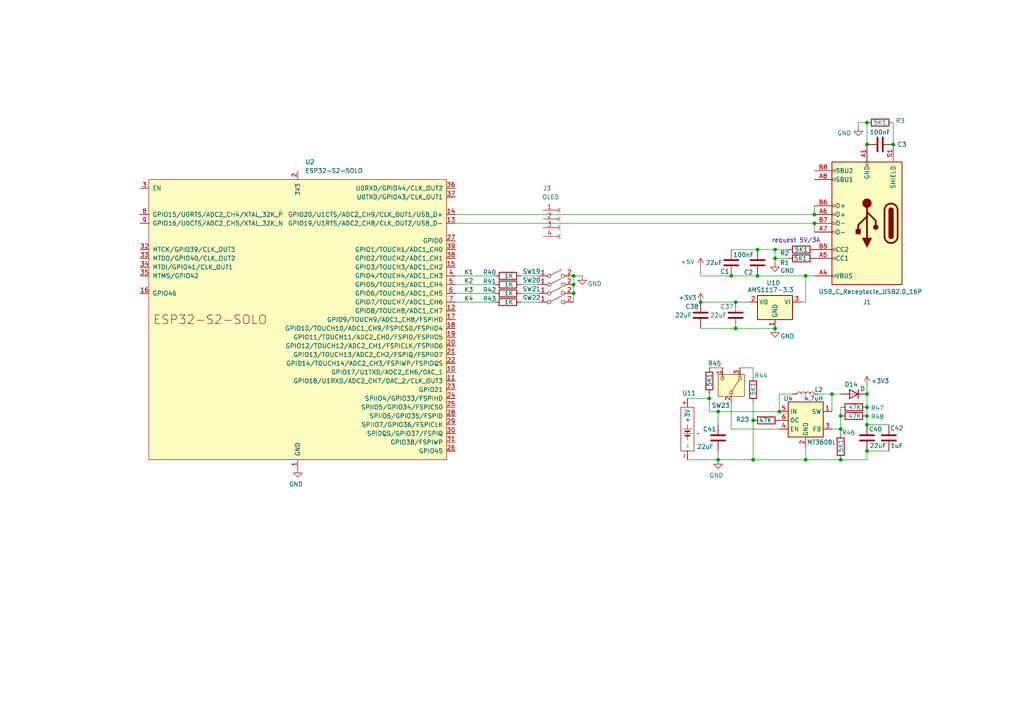
<source format=kicad_sch>
(kicad_sch (version 20250114) (generator "eeschema") (generator_version "9.0")
  (paper "A4")
  (lib_symbols
    (symbol "Connector:Conn_01x04_Socket" (pin_names (offset 1.016) (hide yes))
      (property "Reference" "J" (at 0 5.08 0))
      (property "Value" "Conn_01x04_Socket" (at 0 -7.62 0))
      (symbol "Conn_01x04_Socket_1_1"
        (polyline (pts (xy -1.27 2.54) (xy -0.508 2.54)) (stroke (width 0.1524)))
        (polyline (pts (xy -1.27 0) (xy -0.508 0)) (stroke (width 0.1524)))
        (polyline (pts (xy -1.27 -2.54) (xy -0.508 -2.54)) (stroke (width 0.1524)))
        (polyline (pts (xy -1.27 -5.08) (xy -0.508 -5.08)) (stroke (width 0.1524)))
        (arc (start 0 2.032) (mid -0.5058 2.54) (end 0 3.048) (stroke (width 0.1524)))
        (arc (start 0 -0.508) (mid -0.5058 0) (end 0 0.508) (stroke (width 0.1524)))
        (arc (start 0 -3.048) (mid -0.5058 -2.54) (end 0 -2.032) (stroke (width 0.1524)))
        (arc (start 0 -5.588) (mid -0.5058 -5.08) (end 0 -4.572) (stroke (width 0.1524)))
        (pin passive line (at -5.08 2.54 0) (length 3.81) (name "Pin_1") (number "1"))
        (pin passive line (at -5.08 0 0) (length 3.81) (name "Pin_2") (number "2"))
        (pin passive line (at -5.08 -2.54 0) (length 3.81) (name "Pin_3") (number "3"))
        (pin passive line (at -5.08 -5.08 0) (length 3.81) (name "Pin_4") (number "4"))
      )
    )
    (symbol "Connector:USB_C_Receptacle_USB2.0_16P" (pin_names (offset 1.016))
      (property "Reference" "J" (at 0 22.225 0))
      (property "Value" "USB_C_Receptacle_USB2.0_16P" (at 0 19.685 0))
      (symbol "USB_C_Receptacle_USB2.0_16P_0_0"
        (rectangle (start -0.254 -17.78) (end 0.254 -16.764))
        (rectangle (start 10.16 15.494) (end 9.144 14.986))
        (rectangle (start 10.16 10.414) (end 9.144 9.906))
        (rectangle (start 10.16 7.874) (end 9.144 7.366))
        (rectangle (start 10.16 2.794) (end 9.144 2.286))
        (rectangle (start 10.16 0.254) (end 9.144 -0.254))
        (rectangle (start 10.16 -2.286) (end 9.144 -2.794))
        (rectangle (start 10.16 -4.826) (end 9.144 -5.334))
        (rectangle (start 10.16 -12.446) (end 9.144 -12.954))
        (rectangle (start 10.16 -14.986) (end 9.144 -15.494))
      )
      (symbol "USB_C_Receptacle_USB2.0_16P_0_1"
        (rectangle (start -10.16 17.78) (end 10.16 -17.78) (stroke (width 0.254)) (fill (type background)))
        (polyline (pts (xy -8.89 -3.81) (xy -8.89 3.81)) (stroke (width 0.508)))
        (rectangle (start -7.62 -3.81) (end -6.35 3.81) (stroke (width 0.254)) (fill (type outline)))
        (arc (start -7.62 3.81) (mid -6.985 4.4423) (end -6.35 3.81) (stroke (width 0.254)))
        (arc (start -7.62 3.81) (mid -6.985 4.4423) (end -6.35 3.81) (stroke (width 0.254)) (fill (type outline)))
        (arc (start -8.89 3.81) (mid -6.985 5.7067) (end -5.08 3.81) (stroke (width 0.508)))
        (arc (start -5.08 -3.81) (mid -6.985 -5.7067) (end -8.89 -3.81) (stroke (width 0.508)))
        (arc (start -6.35 -3.81) (mid -6.985 -4.4423) (end -7.62 -3.81) (stroke (width 0.254)))
        (arc (start -6.35 -3.81) (mid -6.985 -4.4423) (end -7.62 -3.81) (stroke (width 0.254)) (fill (type outline)))
        (polyline (pts (xy -5.08 3.81) (xy -5.08 -3.81)) (stroke (width 0.508)))
        (circle (center -2.54 1.143) (radius 0.635) (stroke (width 0.254)) (fill (type outline)))
        (polyline (pts (xy -1.27 4.318) (xy 0 6.858) (xy 1.27 4.318) (xy -1.27 4.318)) (stroke (width 0.254)) (fill (type outline)))
        (polyline (pts (xy 0 -2.032) (xy 2.54 0.508) (xy 2.54 1.778)) (stroke (width 0.508)))
        (polyline (pts (xy 0 -3.302) (xy -2.54 -0.762) (xy -2.54 0.508)) (stroke (width 0.508)))
        (polyline (pts (xy 0 -5.842) (xy 0 4.318)) (stroke (width 0.508)))
        (circle (center 0 -5.842) (radius 1.27) (fill (type outline)))
        (rectangle (start 1.905 1.778) (end 3.175 3.048) (stroke (width 0.254)) (fill (type outline)))
      )
      (symbol "USB_C_Receptacle_USB2.0_16P_1_1"
        (pin passive line (at -7.62 -22.86 90) (length 5.08) (name "SHIELD") (number "S1"))
        (pin passive line (at 0 -22.86 90) (length 5.08) (name "GND") (number "A1"))
        (pin passive line (at 0 -22.86 90) (length 5.08) (hide yes) (name "GND") (number "A12"))
        (pin passive line (at 0 -22.86 90) (length 5.08) (hide yes) (name "GND") (number "B1"))
        (pin passive line (at 0 -22.86 90) (length 5.08) (hide yes) (name "GND") (number "B12"))
        (pin passive line (at 15.24 15.24 180) (length 5.08) (name "VBUS") (number "A4"))
        (pin passive line (at 15.24 15.24 180) (length 5.08) (hide yes) (name "VBUS") (number "A9"))
        (pin passive line (at 15.24 15.24 180) (length 5.08) (hide yes) (name "VBUS") (number "B4"))
        (pin passive line (at 15.24 15.24 180) (length 5.08) (hide yes) (name "VBUS") (number "B9"))
        (pin bidirectional line (at 15.24 10.16 180) (length 5.08) (name "CC1") (number "A5"))
        (pin bidirectional line (at 15.24 7.62 180) (length 5.08) (name "CC2") (number "B5"))
        (pin bidirectional line (at 15.24 2.54 180) (length 5.08) (name "D-") (number "A7"))
        (pin bidirectional line (at 15.24 0 180) (length 5.08) (name "D-") (number "B7"))
        (pin bidirectional line (at 15.24 -2.54 180) (length 5.08) (name "D+") (number "A6"))
        (pin bidirectional line (at 15.24 -5.08 180) (length 5.08) (name "D+") (number "B6"))
        (pin bidirectional line (at 15.24 -12.7 180) (length 5.08) (name "SBU1") (number "A8"))
        (pin bidirectional line (at 15.24 -15.24 180) (length 5.08) (name "SBU2") (number "B8"))
      )
    )
    (symbol "Device:C" (pin_numbers (hide yes)) (pin_names (offset 0.254))
      (property "Reference" "C" (at 0.635 2.54 0))
      (property "Value" "C" (at 0.635 -2.54 0))
      (symbol "C_0_1"
        (polyline (pts (xy -2.032 0.762) (xy 2.032 0.762)) (stroke (width 0.508)))
        (polyline (pts (xy -2.032 -0.762) (xy 2.032 -0.762)) (stroke (width 0.508)))
      )
      (symbol "C_1_1"
        (pin passive line (at 0 3.81 270) (length 2.794) (name "~") (number "1"))
        (pin passive line (at 0 -3.81 90) (length 2.794) (name "~") (number "2"))
      )
    )
    (symbol "Device:D" (pin_numbers (hide yes)) (pin_names (offset 1.016) (hide yes))
      (property "Reference" "D" (at 0 2.54 0))
      (property "Value" "D" (at 0 -2.54 0))
      (symbol "D_0_1"
        (polyline (pts (xy -1.27 1.27) (xy -1.27 -1.27)) (stroke (width 0.254)))
        (polyline (pts (xy 1.27 1.27) (xy 1.27 -1.27) (xy -1.27 0) (xy 1.27 1.27)) (stroke (width 0.254)))
        (polyline (pts (xy 1.27 0) (xy -1.27 0)))
      )
      (symbol "D_1_1"
        (pin passive line (at -3.81 0 0) (length 2.54) (name "K") (number "1"))
        (pin passive line (at 3.81 0 180) (length 2.54) (name "A") (number "2"))
      )
    )
    (symbol "Device:L" (pin_numbers (hide yes)) (pin_names (offset 1.016) (hide yes))
      (property "Reference" "L" (at -1.27 0 90))
      (property "Value" "L" (at 1.905 0 90))
      (symbol "L_0_1"
        (arc (start 0 2.54) (mid 0.6323 1.905) (end 0 1.27))
        (arc (start 0 1.27) (mid 0.6323 0.635) (end 0 0))
        (arc (start 0 0) (mid 0.6323 -0.635) (end 0 -1.27))
        (arc (start 0 -1.27) (mid 0.6323 -1.905) (end 0 -2.54))
      )
      (symbol "L_1_1"
        (pin passive line (at 0 3.81 270) (length 1.27) (name "1") (number "1"))
        (pin passive line (at 0 -3.81 90) (length 1.27) (name "2") (number "2"))
      )
    )
    (symbol "Device:R" (pin_numbers (hide yes)) (pin_names (offset 0))
      (property "Reference" "R" (at 2.032 0 90))
      (property "Value" "R" (at 0 0 90))
      (symbol "R_0_1"
        (rectangle (start -1.016 -2.54) (end 1.016 2.54) (stroke (width 0.254)))
      )
      (symbol "R_1_1"
        (pin passive line (at 0 3.81 270) (length 1.27) (name "~") (number "1"))
        (pin passive line (at 0 -3.81 90) (length 1.27) (name "~") (number "2"))
      )
    )
    (symbol "Espressif:ESP32-S2-SOLO" (pin_names (offset 1.016))
      (property "Reference" "U" (at -43.18 45.72 0))
      (property "Value" "ESP32-S2-SOLO" (at -43.18 43.18 0))
      (symbol "ESP32-S2-SOLO_0_1"
        (rectangle (start -43.18 40.64) (end 43.18 -40.64) (fill (type background)))
      )
      (symbol "ESP32-S2-SOLO_1_1"
        (text "ESP32-S2-SOLO" (at -25.4 0 0) (effects (font (size 2.54 2.54))))
        (pin bidirectional line (at -45.72 38.1 0) (length 2.54) (name "EN") (number "3"))
        (pin bidirectional line (at -45.72 30.48 0) (length 2.54) (name "GPIO15/U0RTS/ADC2_CH4/XTAL_32K_P") (number "8"))
        (pin bidirectional line (at -45.72 27.94 0) (length 2.54) (name "GPIO16/U0CTS/ADC2_CH5/XTAL_32K_N") (number "9"))
        (pin bidirectional line (at -45.72 20.32 0) (length 2.54) (name "MTCK/GPIO39/CLK_OUT3") (number "32"))
        (pin bidirectional line (at -45.72 17.78 0) (length 2.54) (name "MTDO/GPIO40/CLK_OUT2") (number "33"))
        (pin bidirectional line (at -45.72 15.24 0) (length 2.54) (name "MTDI/GPIO41/CLK_OUT1") (number "34"))
        (pin bidirectional line (at -45.72 12.7 0) (length 2.54) (name "MTMS/GPIO42") (number "35"))
        (pin input line (at -45.72 7.62 0) (length 2.54) (name "GPIO46") (number "16"))
        (pin power_in line (at 0 43.18 270) (length 2.54) (name "3V3") (number "2"))
        (pin power_in line (at 0 -43.18 90) (length 2.54) (name "GND") (number "1"))
        (pin passive line (at 0 -43.18 90) (length 2.54) (hide yes) (name "GND") (number "40"))
        (pin passive line (at 0 -43.18 90) (length 2.54) (hide yes) (name "GND") (number "41"))
        (pin bidirectional line (at 45.72 38.1 180) (length 2.54) (name "U0RXD/GPIO44/CLK_OUT2") (number "36"))
        (pin bidirectional line (at 45.72 35.56 180) (length 2.54) (name "U0TXD/GPIO43/CLK_OUT1") (number "37"))
        (pin bidirectional line (at 45.72 30.48 180) (length 2.54) (name "GPIO20/U1CTS/ADC2_CH9/CLK_OUT1/USB_D+") (number "14"))
        (pin bidirectional line (at 45.72 27.94 180) (length 2.54) (name "GPIO19/U1RTS/ADC2_CH8/CLK_OUT2/USB_D-") (number "13"))
        (pin bidirectional line (at 45.72 22.86 180) (length 2.54) (name "GPIO0") (number "27"))
        (pin bidirectional line (at 45.72 20.32 180) (length 2.54) (name "GPIO1/TOUCH1/ADC1_CH0") (number "39"))
        (pin bidirectional line (at 45.72 17.78 180) (length 2.54) (name "GPIO2/TOUCH2/ADC1_CH1") (number "38"))
        (pin bidirectional line (at 45.72 15.24 180) (length 2.54) (name "GPIO3/TOUCH3/ADC1_CH2") (number "15"))
        (pin bidirectional line (at 45.72 12.7 180) (length 2.54) (name "GPIO4/TOUCH4/ADC1_CH3") (number "4"))
        (pin bidirectional line (at 45.72 10.16 180) (length 2.54) (name "GPIO5/TOUCH5/ADC1_CH4") (number "5"))
        (pin bidirectional line (at 45.72 7.62 180) (length 2.54) (name "GPIO6/TOUCH6/ADC1_CH5") (number "6"))
        (pin bidirectional line (at 45.72 5.08 180) (length 2.54) (name "GPIO7/TOUCH7/ADC1_CH6") (number "7"))
        (pin bidirectional line (at 45.72 2.54 180) (length 2.54) (name "GPIO8/TOUCH8/ADC1_CH7") (number "12"))
        (pin bidirectional line (at 45.72 0 180) (length 2.54) (name "GPIO9/TOUCH9/ADC1_CH8/FSPIHD") (number "17"))
        (pin bidirectional line (at 45.72 -2.54 180) (length 2.54) (name "GPIO10/TOUCH10/ADC1_CH9/FSPICS0/FSPIIO4") (number "18"))
        (pin bidirectional line (at 45.72 -5.08 180) (length 2.54) (name "GPIO11/TOUCH11/ADC2_CH0/FSPID/FSPIIO5") (number "19"))
        (pin bidirectional line (at 45.72 -7.62 180) (length 2.54) (name "GPIO12/TOUCH12/ADC2_CH1/FSPICLK/FSPIIO6") (number "20"))
        (pin bidirectional line (at 45.72 -10.16 180) (length 2.54) (name "GPIO13/TOUCH13/ADC2_CH2/FSPIQ/FSPIIO7") (number "21"))
        (pin bidirectional line (at 45.72 -12.7 180) (length 2.54) (name "GPIO14/TOUCH14/ADC2_CH3/FSPIWP/FSPIDQS") (number "22"))
        (pin bidirectional line (at 45.72 -15.24 180) (length 2.54) (name "GPIO17/U1TXD/ADC2_CH6/DAC_1") (number "10"))
        (pin bidirectional line (at 45.72 -17.78 180) (length 2.54) (name "GPIO18/U1RXD/ADC2_CH7/DAC_2/CLK_OUT3") (number "11"))
        (pin bidirectional line (at 45.72 -20.32 180) (length 2.54) (name "GPIO21") (number "23"))
        (pin bidirectional line (at 45.72 -22.86 180) (length 2.54) (name "SPIIO4/GPIO33/FSPIHD") (number "24"))
        (pin bidirectional line (at 45.72 -25.4 180) (length 2.54) (name "SPIIO5/GPIO34/FSPICS0") (number "25"))
        (pin bidirectional line (at 45.72 -27.94 180) (length 2.54) (name "SPIIO6/GPIO35/FSPID") (number "28"))
        (pin bidirectional line (at 45.72 -30.48 180) (length 2.54) (name "SPIIO7/GPIO36/FSPICLK") (number "29"))
        (pin bidirectional line (at 45.72 -33.02 180) (length 2.54) (name "SPIDQS/GPIO37/FSPIQ") (number "30"))
        (pin bidirectional line (at 45.72 -35.56 180) (length 2.54) (name "GPIO38/FSPIWP") (number "31"))
        (pin bidirectional line (at 45.72 -38.1 180) (length 2.54) (name "GPIO45") (number "26"))
      )
    )
    (symbol "Regulator_Linear:AMS1117-3.3"
      (property "Reference" "U" (at -3.81 3.175 0))
      (property "Value" "AMS1117-3.3" (at 0 3.175 0))
      (symbol "AMS1117-3.3_0_1"
        (rectangle (start -5.08 -5.08) (end 5.08 1.905) (stroke (width 0.254)) (fill (type background)))
      )
      (symbol "AMS1117-3.3_1_1"
        (pin power_in line (at -7.62 0 0) (length 2.54) (name "VI") (number "3"))
        (pin power_in line (at 0 -7.62 90) (length 2.54) (name "GND") (number "1"))
        (pin power_out line (at 7.62 0 180) (length 2.54) (name "VO") (number "2"))
      )
    )
    (symbol "Switch:SW_SPDT_321" (pin_names (offset 1) (hide yes))
      (property "Reference" "SW" (at 0 5.08 0))
      (property "Value" "SW_SPDT_321" (at 0 -5.08 0))
      (symbol "SW_SPDT_321_0_1"
        (circle (center -2.032 0) (radius 0.4572))
        (polyline (pts (xy -1.651 0.254) (xy 1.651 2.286)))
        (circle (center 2.032 2.54) (radius 0.4572))
        (circle (center 2.032 -2.54) (radius 0.4572))
      )
      (symbol "SW_SPDT_321_1_1"
        (rectangle (start -3.175 3.81) (end 3.175 -3.81) (fill (type background)))
        (pin passive line (at -5.08 0 0) (length 2.54) (name "B") (number "2"))
        (pin passive line (at 5.08 2.54 180) (length 2.54) (name "A") (number "3"))
        (pin passive line (at 5.08 -2.54 180) (length 2.54) (name "C") (number "1"))
      )
    )
    (symbol "Switch:SW_SPST" (pin_names (offset 0) (hide yes))
      (property "Reference" "SW" (at 0 3.175 0))
      (property "Value" "SW_SPST" (at 0 -2.54 0))
      (symbol "SW_SPST_0_0"
        (circle (center -2.032 0) (radius 0.508))
        (polyline (pts (xy -1.524 0.254) (xy 1.524 1.778)))
        (circle (center 2.032 0) (radius 0.508))
      )
      (symbol "SW_SPST_1_1"
        (pin passive line (at -5.08 0 0) (length 2.54) (name "A") (number "1"))
        (pin passive line (at 5.08 0 180) (length 2.54) (name "B") (number "2"))
      )
    )
    (symbol "power:+5V" (power) (pin_numbers (hide yes)) (pin_names (offset 0) (hide yes))
      (property "Value" "+5V" (at 0 3.556 0))
      (symbol "+5V_0_1"
        (polyline (pts (xy -0.762 1.27) (xy 0 2.54)))
        (polyline (pts (xy 0 2.54) (xy 0.762 1.27)))
        (polyline (pts (xy 0 0) (xy 0 2.54)))
      )
      (symbol "+5V_1_1"
        (pin power_in line (at 0 0 90) (length 0) (name "~") (number "1"))
      )
    )
    (symbol "power:GND" (power) (pin_numbers (hide yes)) (pin_names (offset 0) (hide yes))
      (property "Value" "GND" (at 0 -3.81 0))
      (symbol "GND_0_1"
        (polyline (pts (xy 0 0) (xy 0 -1.27) (xy 1.27 -1.27) (xy 0 -2.54) (xy -1.27 -1.27) (xy 0 -1.27)))
      )
      (symbol "GND_1_1"
        (pin power_in line (at 0 0 270) (length 0) (name "~") (number "1"))
      )
    )
    (symbol "spacescape:2xAA"
      (property "Reference" "U" (at 0 3.81 0))
      (symbol "2xAA_0_1"
        (polyline (pts (xy 0 0) (xy 0 0)))
      )
      (symbol "2xAA_1_1"
        (rectangle (start -6.35 1.905) (end 6.35 -1.905))
        (polyline (pts (xy -1.27 0) (xy 0 0) (xy 0 1.27)) (stroke (width 0.15)))
        (polyline (pts (xy 0 0) (xy 0 -1.27)) (stroke (width 0.15)))
        (polyline (pts (xy 0.635 0.635) (xy 0.635 -0.635)) (stroke (width 0.4)))
        (polyline (pts (xy 0.635 0) (xy 1.27 0) (xy 1.27 1.27)) (stroke (width 0.15)))
        (polyline (pts (xy 1.27 0) (xy 1.27 -1.27)) (stroke (width 0.15)))
        (polyline (pts (xy 1.905 0.635) (xy 1.905 -0.635)) (stroke (width 0.4)))
        (polyline (pts (xy 1.905 0) (xy 3.175 0)) (stroke (width 0.15)))
        (pin power_out line (at -8.89 0 0) (length 2.54) (name "+3V") (number "+"))
        (pin power_out line (at 8.89 0 180) (length 2.54) (name "-") (number "-"))
      )
    )
    (symbol "spacescape:MT3608L"
      (property "Reference" "U" (at 0 6.858 0))
      (property "Value" "MT3608L" (at 0 0 0))
      (symbol "MT3608L_0_1"
        (rectangle (start -5.08 5.334) (end 5.08 -4.826) (stroke (width 0.254)) (fill (type background)))
      )
      (symbol "MT3608L_1_1"
        (pin power_in line (at -7.62 2.54 0) (length 2.54) (name "IN") (number "5"))
        (pin input line (at -7.62 0 0) (length 2.54) (name "OC") (number "6"))
        (pin input line (at -7.62 -2.54 0) (length 2.54) (name "EN") (number "4"))
        (pin power_in line (at 0 -7.62 90) (length 2.54) (name "GND") (number "2"))
        (pin passive line (at 7.62 2.54 180) (length 2.54) (name "SW") (number "1"))
        (pin input line (at 7.62 -2.54 180) (length 2.54) (name "FB") (number "3"))
      )
    )
  )
  (text "request 5V/3A" (at 230.886 69.85 0) (effects (font (size 1.27 1.27))))
  (junction (at 251.46 35.56))
  (junction (at 233.68 133.35))
  (junction (at 166.37 82.55))
  (junction (at 259.08 41.91))
  (junction (at 208.28 119.38))
  (junction (at 243.84 133.35))
  (junction (at 224.79 74.93))
  (junction (at 236.22 62.23))
  (junction (at 251.46 41.91))
  (junction (at 218.44 121.92))
  (junction (at 243.84 120.65))
  (junction (at 166.37 85.09))
  (junction (at 251.46 130.81))
  (junction (at 243.84 124.46))
  (junction (at 213.36 95.25))
  (junction (at 226.06 119.38))
  (junction (at 236.22 64.77))
  (junction (at 241.3 114.3))
  (junction (at 212.09 80.01))
  (junction (at 251.46 114.3))
  (junction (at 233.68 80.01))
  (junction (at 218.44 133.35))
  (junction (at 203.2 87.63))
  (junction (at 224.79 72.39))
  (junction (at 224.79 95.25))
  (junction (at 251.46 118.11))
  (junction (at 219.71 80.01))
  (junction (at 251.46 123.19))
  (junction (at 205.74 115.57))
  (junction (at 166.37 80.01))
  (junction (at 251.46 120.65))
  (junction (at 213.36 87.63))
  (junction (at 219.71 72.39))
  (junction (at 208.28 133.35))
  (wire (pts (xy 241.3 114.3) (xy 241.3 119.38)))
  (wire (pts (xy 213.36 95.25) (xy 203.2 95.25)))
  (wire (pts (xy 132.08 62.23) (xy 236.22 62.23)))
  (wire (pts (xy 236.22 62.23) (xy 236.22 59.69)))
  (wire (pts (xy 233.68 87.63) (xy 233.68 80.01)))
  (wire (pts (xy 208.28 119.38) (xy 226.06 119.38)))
  (wire (pts (xy 229.87 114.3) (xy 226.06 114.3)))
  (wire (pts (xy 251.46 41.91) (xy 251.46 35.56)))
  (wire (pts (xy 224.79 76.2) (xy 224.79 74.93)))
  (wire (pts (xy 203.2 77.47) (xy 203.2 80.01)))
  (wire (pts (xy 151.13 87.63) (xy 156.21 87.63)))
  (wire (pts (xy 233.68 133.35) (xy 233.68 129.54)))
  (wire (pts (xy 199.39 133.35) (xy 208.28 133.35)))
  (wire (pts (xy 166.37 80.01) (xy 166.37 82.55)))
  (wire (pts (xy 151.13 85.09) (xy 156.21 85.09)))
  (wire (pts (xy 226.06 114.3) (xy 226.06 119.38)))
  (wire (pts (xy 132.08 82.55) (xy 143.51 82.55)))
  (wire (pts (xy 237.49 114.3) (xy 241.3 114.3)))
  (wire (pts (xy 208.28 130.81) (xy 208.28 133.35)))
  (wire (pts (xy 218.44 109.22) (xy 218.44 106.68)))
  (wire (pts (xy 217.17 87.63) (xy 213.36 87.63)))
  (wire (pts (xy 228.6 72.39) (xy 224.79 72.39)))
  (wire (pts (xy 151.13 80.01) (xy 156.21 80.01)))
  (wire (pts (xy 251.46 133.35) (xy 251.46 130.81)))
  (wire (pts (xy 251.46 111.76) (xy 251.46 114.3)))
  (wire (pts (xy 132.08 87.63) (xy 143.51 87.63)))
  (wire (pts (xy 203.2 80.01) (xy 212.09 80.01)))
  (wire (pts (xy 205.74 114.3) (xy 205.74 115.57)))
  (wire (pts (xy 236.22 67.31) (xy 236.22 64.77)))
  (wire (pts (xy 218.44 106.68) (xy 214.63 106.68)))
  (wire (pts (xy 228.6 74.93) (xy 224.79 74.93)))
  (wire (pts (xy 212.09 80.01) (xy 219.71 80.01)))
  (wire (pts (xy 208.28 133.35) (xy 218.44 133.35)))
  (wire (pts (xy 218.44 121.92) (xy 218.44 133.35)))
  (wire (pts (xy 166.37 82.55) (xy 166.37 85.09)))
  (wire (pts (xy 233.68 80.01) (xy 236.22 80.01)))
  (wire (pts (xy 251.46 130.81) (xy 257.81 130.81)))
  (wire (pts (xy 243.84 125.73) (xy 243.84 124.46)))
  (wire (pts (xy 251.46 123.19) (xy 257.81 123.19)))
  (wire (pts (xy 151.13 82.55) (xy 156.21 82.55)))
  (wire (pts (xy 166.37 85.09) (xy 166.37 87.63)))
  (wire (pts (xy 251.46 120.65) (xy 251.46 123.19)))
  (wire (pts (xy 243.84 133.35) (xy 251.46 133.35)))
  (wire (pts (xy 166.37 80.01) (xy 168.91 80.01)))
  (wire (pts (xy 243.84 120.65) (xy 243.84 124.46)))
  (wire (pts (xy 213.36 87.63) (xy 203.2 87.63)))
  (wire (pts (xy 233.68 133.35) (xy 243.84 133.35)))
  (wire (pts (xy 251.46 114.3) (xy 251.46 118.11)))
  (wire (pts (xy 218.44 133.35) (xy 233.68 133.35)))
  (wire (pts (xy 233.68 87.63) (xy 232.41 87.63)))
  (wire (pts (xy 219.71 72.39) (xy 224.79 72.39)))
  (wire (pts (xy 219.71 80.01) (xy 233.68 80.01)))
  (wire (pts (xy 199.39 115.57) (xy 205.74 115.57)))
  (wire (pts (xy 208.28 119.38) (xy 208.28 123.19)))
  (wire (pts (xy 251.46 118.11) (xy 251.46 120.65)))
  (wire (pts (xy 241.3 114.3) (xy 243.84 114.3)))
  (wire (pts (xy 243.84 118.11) (xy 243.84 120.65)))
  (wire (pts (xy 248.92 35.56) (xy 251.46 35.56)))
  (wire (pts (xy 205.74 115.57) (xy 205.74 119.38)))
  (wire (pts (xy 212.09 72.39) (xy 219.71 72.39)))
  (wire (pts (xy 212.09 116.84) (xy 212.09 124.46)))
  (wire (pts (xy 224.79 74.93) (xy 224.79 72.39)))
  (wire (pts (xy 132.08 80.01) (xy 143.51 80.01)))
  (wire (pts (xy 241.3 124.46) (xy 243.84 124.46)))
  (wire (pts (xy 224.79 95.25) (xy 213.36 95.25)))
  (wire (pts (xy 248.92 35.56) (xy 248.92 36.83)))
  (wire (pts (xy 236.22 64.77) (xy 132.08 64.77)))
  (wire (pts (xy 132.08 85.09) (xy 143.51 85.09)))
  (wire (pts (xy 259.08 41.91) (xy 259.08 35.56)))
  (wire (pts (xy 205.74 106.68) (xy 209.55 106.68)))
  (wire (pts (xy 212.09 124.46) (xy 226.06 124.46)))
  (wire (pts (xy 205.74 119.38) (xy 208.28 119.38)))
  (wire (pts (xy 218.44 116.84) (xy 218.44 121.92)))
  (label "K2" (at 134.62 82.55 0))
  (label "K3" (at 134.62 85.09 0))
  (label "K1" (at 134.62 80.01 0))
  (label "K4" (at 134.62 87.63 0))
  (symbol (lib_id "power:+5V") (at 251.46 111.76 0) (unit 1)
    (property "Reference" "#PWR05" (effects (hide yes)))
    (property "Value" "+3V3" (at 255.27 110.49 0))
    (property "Description" "Power symbol creates a global label with name \"+5V\"" (effects (hide yes)))
  )
  (symbol (lib_id "Switch:SW_SPST") (at 161.29 82.55 0) (unit 1)
    (property "Reference" "SW20" (at 154.178 81.28 0))
    (property "Value" "SW_SPST" (effects (hide yes)))
    (property "Footprint" "Button_Switch_SMD:SW_SPST_TL3305C" (effects (hide yes)))
    (property "Datasheet" "C2888974" (effects (hide yes)))
    (property "Description" "Single Pole Single Throw (SPST) switch" (effects (hide yes)))
  )
  (symbol (lib_id "power:+5V") (at 203.2 77.47 0) (unit 1)
    (property "Reference" "#PWR01" (effects (hide yes)))
    (property "Value" "+5V" (at 199.39 75.946 0))
    (property "Description" "Power symbol creates a global label with name \"+5V\"" (effects (hide yes)))
  )
  (symbol (lib_id "Device:R") (at 247.65 118.11 90) (unit 1)
    (property "Reference" "R47" (at 254.508 118.364 90))
    (property "Value" "47K" (at 247.904 118.11 90))
    (property "Footprint" "Resistor_SMD:R_0402_1005Metric" (effects (hide yes)))
    (property "Description" "Resistor" (effects (hide yes)))
  )
  (symbol (lib_id "Device:C") (at 255.27 41.91 270) (unit 1)
    (property "Reference" "C3" (at 261.62 41.91 90))
    (property "Value" "100nF" (at 255.27 38.354 90))
    (property "Footprint" "Capacitor_SMD:C_0402_1005Metric" (effects (hide yes)))
    (property "Description" "Unpolarized capacitor" (effects (hide yes)))
  )
  (symbol (lib_id "Connector:USB_C_Receptacle_USB2.0_16P") (at 251.46 64.77 180) (unit 1)
    (property "Reference" "J1" (at 251.46 87.63 0))
    (property "Value" "USB_C_Receptacle_USB2.0_16P" (at 252.476 84.582 0))
    (property "Footprint" "Connector_USB:USB_C_Receptacle_HCTL_HC-TYPE-C-16P-01A" (effects (hide yes)))
    (property "Datasheet" "https://www.usb.org/sites/default/files/documents/usb_type-c.zip" (effects (hide yes)))
    (property "Description" "USB 2.0-only 16P Type-C Receptacle connector" (effects (hide yes)))
  )
  (symbol (lib_id "power:GND") (at 248.92 36.83 0) (mirror y) (unit 1)
    (property "Reference" "#PWR03" (effects (hide yes)))
    (property "Value" "GND" (at 242.824 38.608 0) (effects (justify right)))
    (property "Description" "Power symbol creates a global label with name \"GND\" , ground" (effects (hide yes)))
  )
  (symbol (lib_id "Device:R") (at 222.25 121.92 270) (unit 1)
    (property "Reference" "R23" (at 215.392 121.666 90))
    (property "Value" "47K" (at 221.996 121.92 90))
    (property "Footprint" "Resistor_SMD:R_0402_1005Metric" (effects (hide yes)))
    (property "Description" "Resistor" (effects (hide yes)))
  )
  (symbol (lib_id "Device:R") (at 218.44 113.03 180) (unit 1)
    (property "Reference" "R44" (at 220.726 108.966 0))
    (property "Value" "5K1" (at 218.44 112.776 90))
    (property "Footprint" "Resistor_SMD:R_0402_1005Metric" (effects (hide yes)))
    (property "Description" "Resistor" (effects (hide yes)))
  )
  (symbol (lib_id "Device:R") (at 147.32 85.09 90) (unit 1)
    (property "Reference" "R42" (at 141.986 84.074 90))
    (property "Value" "1K" (at 147.574 85.09 90))
    (property "Footprint" "Resistor_SMD:R_0402_1005Metric" (effects (hide yes)))
    (property "Description" "Resistor" (effects (hide yes)))
  )
  (symbol (lib_id "spacescape:MT3608L") (at 233.68 121.92 0) (unit 1)
    (property "Reference" "U4" (at 228.6 115.57 0))
    (property "Value" "MT3608L" (at 238.252 128.27 0))
    (property "Footprint" "Package_TO_SOT_SMD:SOT-23-6" (effects (hide yes)))
    (property "Datasheet" "C2932326" (effects (hide yes)))
  )
  (symbol (lib_id "power:GND") (at 224.79 95.25 0) (mirror y) (unit 1)
    (property "Reference" "#PWR042" (effects (hide yes)))
    (property "Value" "GND" (at 226.314 97.536 0) (effects (justify right)))
    (property "Description" "Power symbol creates a global label with name \"GND\" , ground" (effects (hide yes)))
  )
  (symbol (lib_id "Device:C") (at 251.46 127 0) (unit 1)
    (property "Reference" "C40" (at 251.968 124.46 0) (effects (justify left)))
    (property "Value" "22uF" (at 252.222 129.286 0) (effects (justify left)))
    (property "Footprint" "Capacitor_SMD:C_0805_2012Metric" (effects (hide yes)))
    (property "Description" "Unpolarized capacitor" (effects (hide yes)))
  )
  (symbol (lib_id "Device:L") (at 233.68 114.3 90) (unit 1)
    (property "Reference" "L2" (at 237.49 113.03 90))
    (property "Value" "4.7uH" (at 235.966 115.57 90))
    (property "Footprint" "Inductor_SMD:L_Changjiang_FNR4026S" (effects (hide yes)))
    (property "Datasheet" "C22395456" (effects (hide yes)))
    (property "Description" "Inductor" (effects (hide yes)))
  )
  (symbol (lib_id "Device:R") (at 147.32 87.63 90) (unit 1)
    (property "Reference" "R43" (at 141.986 86.614 90))
    (property "Value" "1K" (at 147.574 87.63 90))
    (property "Footprint" "Resistor_SMD:R_0402_1005Metric" (effects (hide yes)))
    (property "Description" "Resistor" (effects (hide yes)))
  )
  (symbol (lib_id "Device:R") (at 205.74 110.49 180) (unit 1)
    (property "Reference" "R45" (at 207.264 105.41 0))
    (property "Value" "5K1" (at 205.74 110.236 90))
    (property "Footprint" "Resistor_SMD:R_0402_1005Metric" (effects (hide yes)))
    (property "Description" "Resistor" (effects (hide yes)))
  )
  (symbol (lib_id "Espressif:ESP32-S2-SOLO") (at 86.36 92.71 0) (unit 1)
    (property "Reference" "U2" (at 88.5033 46.99 0) (effects (justify left)))
    (property "Value" "ESP32-S2-SOLO" (at 88.5033 49.53 0) (effects (justify left)))
    (property "Footprint" "Espressif:ESP32-S2-SOLO" (effects (hide yes)))
    (property "Datasheet" "https://www.espressif.com/sites/default/files/documentation/esp32-s2-solo_esp32-s2-solo-u_datasheet_en.pdf" (effects (hide yes)))
    (property "Description" "ESP32-S2-SOLO and ESP32-S2-SOLO-U are two powerful, generic Wi-Fi MCU modules that have a rich set of peripherals." (effects (hide yes)))
  )
  (symbol (lib_id "Device:C") (at 213.36 91.44 0) (mirror y) (unit 1)
    (property "Reference" "C37" (at 212.852 88.9 0) (effects (justify left)))
    (property "Value" "22uF" (at 210.82 91.44 0) (effects (justify left)))
    (property "Footprint" "Capacitor_SMD:C_0805_2012Metric" (effects (hide yes)))
    (property "Description" "Unpolarized capacitor" (effects (hide yes)))
  )
  (symbol (lib_id "Device:C") (at 219.71 76.2 180) (unit 1)
    (property "Reference" "C2" (at 218.44 78.994 0) (effects (justify left)))
    (property "Value" "100nF" (at 218.694 73.914 0) (effects (justify left)))
    (property "Footprint" "Capacitor_SMD:C_0402_1005Metric" (effects (hide yes)))
    (property "Description" "Unpolarized capacitor" (effects (hide yes)))
  )
  (symbol (lib_id "Device:C") (at 208.28 127 0) (mirror y) (unit 1)
    (property "Reference" "C41" (at 207.772 124.46 0) (effects (justify left)))
    (property "Value" "22uF" (at 207.01 129.54 0) (effects (justify left)))
    (property "Footprint" "Capacitor_SMD:C_0805_2012Metric" (effects (hide yes)))
    (property "Description" "Unpolarized capacitor" (effects (hide yes)))
  )
  (symbol (lib_id "power:+5V") (at 203.2 87.63 0) (mirror y) (unit 1)
    (property "Reference" "#PWR041" (effects (hide yes)))
    (property "Value" "+3V3" (at 199.39 86.36 0))
    (property "Description" "Power symbol creates a global label with name \"+5V\"" (effects (hide yes)))
  )
  (symbol (lib_id "Connector:Conn_01x04_Socket") (at 162.56 63.5 0) (unit 1)
    (property "Reference" "J3" (at 157.48 54.61 0) (effects (justify left)))
    (property "Value" "OLED" (at 157.226 57.15 0) (effects (justify left)))
    (property "Footprint" "TG9541:Display_128x64_096_I2C" (effects (hide yes)))
    (property "Description" "Generic connector, single row, 01x04, script generated" (effects (hide yes)))
  )
  (symbol (lib_id "power:GND") (at 86.36 135.89 0) (unit 1)
    (property "Reference" "#PWR010" (effects (hide yes)))
    (property "Value" "GND" (at 87.884 140.462 0) (effects (justify right)))
    (property "Description" "Power symbol creates a global label with name \"GND\" , ground" (effects (hide yes)))
  )
  (symbol (lib_id "Device:R") (at 243.84 129.54 180) (unit 1)
    (property "Reference" "R46" (at 246.126 125.476 0))
    (property "Value" "5K1" (at 243.84 129.286 90))
    (property "Footprint" "Resistor_SMD:R_0402_1005Metric" (effects (hide yes)))
    (property "Description" "Resistor" (effects (hide yes)))
  )
  (symbol (lib_id "Device:R") (at 147.32 80.01 90) (unit 1)
    (property "Reference" "R40" (at 141.986 78.994 90))
    (property "Value" "1K" (at 147.574 80.01 90))
    (property "Footprint" "Resistor_SMD:R_0402_1005Metric" (effects (hide yes)))
    (property "Description" "Resistor" (effects (hide yes)))
  )
  (symbol (lib_id "Regulator_Linear:AMS1117-3.3") (at 224.79 87.63 0) (mirror y) (unit 1)
    (property "Reference" "U10" (at 224.282 82.042 0))
    (property "Value" "AMS1117-3.3" (at 223.52 84.074 0))
    (property "Footprint" "Package_TO_SOT_SMD:SOT-223-3_TabPin2" (effects (hide yes)))
    (property "Datasheet" "http://www.advanced-monolithic.com/pdf/ds1117.pdf" (effects (hide yes)))
    (property "Description" "1A Low Dropout regulator, positive, 3.3V fixed output, SOT-223" (effects (hide yes)))
  )
  (symbol (lib_id "Switch:SW_SPST") (at 161.29 85.09 0) (unit 1)
    (property "Reference" "SW21" (at 154.178 83.82 0))
    (property "Value" "SW_SPST" (effects (hide yes)))
    (property "Footprint" "Button_Switch_SMD:SW_SPST_TL3305C" (effects (hide yes)))
    (property "Datasheet" "C2888974" (effects (hide yes)))
    (property "Description" "Single Pole Single Throw (SPST) switch" (effects (hide yes)))
  )
  (symbol (lib_id "Switch:SW_SPST") (at 161.29 80.01 0) (unit 1)
    (property "Reference" "SW19" (at 154.178 78.74 0))
    (property "Value" "SW_SPST" (effects (hide yes)))
    (property "Footprint" "Button_Switch_SMD:SW_SPST_TL3305C" (effects (hide yes)))
    (property "Datasheet" "C2888974" (effects (hide yes)))
    (property "Description" "Single Pole Single Throw (SPST) switch" (effects (hide yes)))
  )
  (symbol (lib_id "Device:D") (at 247.65 114.3 180) (unit 1)
    (property "Reference" "D14" (at 246.888 111.506 0))
    (property "Value" "D" (at 250.19 112.776 0))
    (property "Footprint" "Diode_SMD:D_SOD-323" (effects (hide yes)))
    (property "Datasheet" "C4355046" (effects (hide yes)))
    (property "Description" "Diode" (effects (hide yes)))
    (property "Sim.Device" "D" (effects (hide yes)))
    (property "Sim.Pins" "1=K 2=A" (effects (hide yes)))
  )
  (symbol (lib_id "spacescape:2xAA") (at 199.39 124.46 270) (unit 1)
    (property "Reference" "U11" (at 197.866 114.046 90) (effects (justify left)))
    (property "Value" "~" (at 201.93 125.73 90) (effects (justify left)))
    (property "Footprint" "spacescape:2xAA" (effects (hide yes)))
  )
  (symbol (lib_id "power:GND") (at 224.79 76.2 0) (mirror y) (unit 1)
    (property "Reference" "#PWR02" (effects (hide yes)))
    (property "Value" "GND" (at 226.314 78.486 0) (effects (justify right)))
    (property "Description" "Power symbol creates a global label with name \"GND\" , ground" (effects (hide yes)))
  )
  (symbol (lib_id "power:GND") (at 168.91 80.01 0) (mirror y) (unit 1)
    (property "Reference" "#PWR047" (effects (hide yes)))
    (property "Value" "GND" (at 170.434 82.296 0) (effects (justify right)))
    (property "Description" "Power symbol creates a global label with name \"GND\" , ground" (effects (hide yes)))
  )
  (symbol (lib_id "Switch:SW_SPDT_321") (at 212.09 111.76 270) (mirror x) (unit 1)
    (property "Reference" "SW23" (at 209.042 117.602 90))
    (property "Value" "SW_SPDT_321" (effects (hide yes)))
    (property "Footprint" "Button_Switch_THT:SW_Slide_SPDT_Angled_CK_OS102011MA1Q" (effects (hide yes)))
    (property "Datasheet" "C7272161" (effects (hide yes)))
    (property "Description" "Switch, single pole double throw" (effects (hide yes)))
  )
  (symbol (lib_id "Device:R") (at 147.32 82.55 90) (unit 1)
    (property "Reference" "R41" (at 141.986 81.534 90))
    (property "Value" "1K" (at 147.574 82.55 90))
    (property "Footprint" "Resistor_SMD:R_0402_1005Metric" (effects (hide yes)))
    (property "Description" "Resistor" (effects (hide yes)))
  )
  (symbol (lib_id "Switch:SW_SPST") (at 161.29 87.63 0) (unit 1)
    (property "Reference" "SW22" (at 154.178 86.36 0))
    (property "Value" "SW_SPST" (effects (hide yes)))
    (property "Footprint" "Button_Switch_SMD:SW_SPST_TL3305C" (effects (hide yes)))
    (property "Datasheet" "C2888974" (effects (hide yes)))
    (property "Description" "Single Pole Single Throw (SPST) switch" (effects (hide yes)))
  )
  (symbol (lib_id "Device:R") (at 232.41 72.39 90) (mirror x) (unit 1)
    (property "Reference" "R2" (at 227.584 73.406 90))
    (property "Value" "5K1" (at 232.41 72.39 90))
    (property "Footprint" "Resistor_SMD:R_0402_1005Metric" (effects (hide yes)))
    (property "Description" "Resistor" (effects (hide yes)))
  )
  (symbol (lib_id "Device:C") (at 212.09 76.2 180) (unit 1)
    (property "Reference" "C1" (at 211.582 78.74 0) (effects (justify left)))
    (property "Value" "22uF" (at 209.55 76.2 0) (effects (justify left)))
    (property "Footprint" "Capacitor_SMD:C_0805_2012Metric" (effects (hide yes)))
    (property "Description" "Unpolarized capacitor" (effects (hide yes)))
  )
  (symbol (lib_id "Device:R") (at 255.27 35.56 270) (unit 1)
    (property "Reference" "R3" (at 261.112 35.052 90))
    (property "Value" "5K1" (at 255.27 35.56 90))
    (property "Footprint" "Resistor_SMD:R_0402_1005Metric" (effects (hide yes)))
    (property "Description" "Resistor" (effects (hide yes)))
  )
  (symbol (lib_id "Device:R") (at 247.65 120.65 90) (unit 1)
    (property "Reference" "R48" (at 254.508 120.904 90))
    (property "Value" "47K" (at 247.904 120.65 90))
    (property "Footprint" "Resistor_SMD:R_0402_1005Metric" (effects (hide yes)))
    (property "Description" "Resistor" (effects (hide yes)))
  )
  (symbol (lib_id "Device:C") (at 203.2 91.44 0) (mirror y) (unit 1)
    (property "Reference" "C38" (at 202.692 88.9 0) (effects (justify left)))
    (property "Value" "22uF" (at 200.66 91.44 0) (effects (justify left)))
    (property "Footprint" "Capacitor_SMD:C_0805_2012Metric" (effects (hide yes)))
    (property "Description" "Unpolarized capacitor" (effects (hide yes)))
  )
  (symbol (lib_id "power:GND") (at 208.28 133.35 0) (unit 1)
    (property "Reference" "#PWR054" (effects (hide yes)))
    (property "Value" "GND" (at 209.804 137.922 0) (effects (justify right)))
    (property "Description" "Power symbol creates a global label with name \"GND\" , ground" (effects (hide yes)))
  )
  (symbol (lib_id "Device:C") (at 257.81 127 0) (unit 1)
    (property "Reference" "C42" (at 260.096 124.206 0))
    (property "Value" "1uF" (at 260.096 129.286 0))
    (property "Footprint" "Capacitor_SMD:C_0402_1005Metric" (effects (hide yes)))
    (property "Description" "Unpolarized capacitor" (effects (hide yes)))
  )
  (symbol (lib_id "Device:R") (at 232.41 74.93 90) (mirror x) (unit 1)
    (property "Reference" "R1" (at 227.584 76.2 90))
    (property "Value" "5K1" (at 232.156 74.93 90))
    (property "Footprint" "Resistor_SMD:R_0402_1005Metric" (effects (hide yes)))
    (property "Description" "Resistor" (effects (hide yes)))
  )
)
</source>
